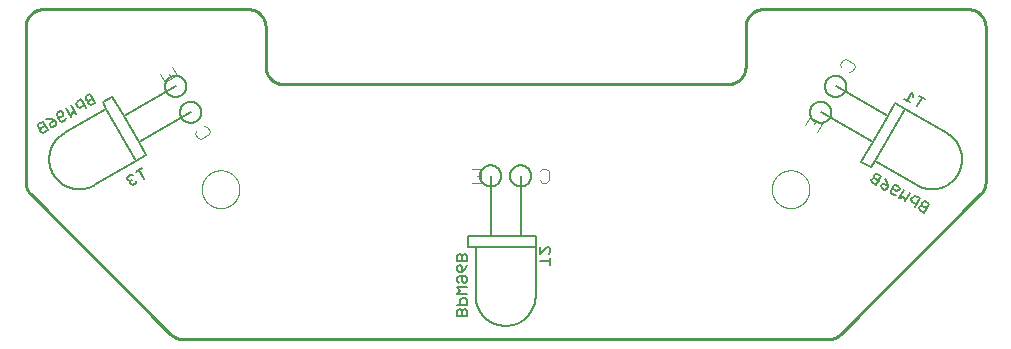
<source format=gbo>
G75*
%MOIN*%
%OFA0B0*%
%FSLAX25Y25*%
%IPPOS*%
%LPD*%
%AMOC8*
5,1,8,0,0,1.08239X$1,22.5*
%
%ADD10C,0.00000*%
%ADD11C,0.01000*%
%ADD12C,0.00500*%
%ADD13C,0.00400*%
%ADD14C,0.00700*%
D10*
X0063801Y0055100D02*
X0063803Y0055258D01*
X0063809Y0055416D01*
X0063819Y0055574D01*
X0063833Y0055732D01*
X0063851Y0055889D01*
X0063872Y0056046D01*
X0063898Y0056202D01*
X0063928Y0056358D01*
X0063961Y0056513D01*
X0063999Y0056666D01*
X0064040Y0056819D01*
X0064085Y0056971D01*
X0064134Y0057122D01*
X0064187Y0057271D01*
X0064243Y0057419D01*
X0064303Y0057565D01*
X0064367Y0057710D01*
X0064435Y0057853D01*
X0064506Y0057995D01*
X0064580Y0058135D01*
X0064658Y0058272D01*
X0064740Y0058408D01*
X0064824Y0058542D01*
X0064913Y0058673D01*
X0065004Y0058802D01*
X0065099Y0058929D01*
X0065196Y0059054D01*
X0065297Y0059176D01*
X0065401Y0059295D01*
X0065508Y0059412D01*
X0065618Y0059526D01*
X0065731Y0059637D01*
X0065846Y0059746D01*
X0065964Y0059851D01*
X0066085Y0059953D01*
X0066208Y0060053D01*
X0066334Y0060149D01*
X0066462Y0060242D01*
X0066592Y0060332D01*
X0066725Y0060418D01*
X0066860Y0060502D01*
X0066996Y0060581D01*
X0067135Y0060658D01*
X0067276Y0060730D01*
X0067418Y0060800D01*
X0067562Y0060865D01*
X0067708Y0060927D01*
X0067855Y0060985D01*
X0068004Y0061040D01*
X0068154Y0061091D01*
X0068305Y0061138D01*
X0068457Y0061181D01*
X0068610Y0061220D01*
X0068765Y0061256D01*
X0068920Y0061287D01*
X0069076Y0061315D01*
X0069232Y0061339D01*
X0069389Y0061359D01*
X0069547Y0061375D01*
X0069704Y0061387D01*
X0069863Y0061395D01*
X0070021Y0061399D01*
X0070179Y0061399D01*
X0070337Y0061395D01*
X0070496Y0061387D01*
X0070653Y0061375D01*
X0070811Y0061359D01*
X0070968Y0061339D01*
X0071124Y0061315D01*
X0071280Y0061287D01*
X0071435Y0061256D01*
X0071590Y0061220D01*
X0071743Y0061181D01*
X0071895Y0061138D01*
X0072046Y0061091D01*
X0072196Y0061040D01*
X0072345Y0060985D01*
X0072492Y0060927D01*
X0072638Y0060865D01*
X0072782Y0060800D01*
X0072924Y0060730D01*
X0073065Y0060658D01*
X0073204Y0060581D01*
X0073340Y0060502D01*
X0073475Y0060418D01*
X0073608Y0060332D01*
X0073738Y0060242D01*
X0073866Y0060149D01*
X0073992Y0060053D01*
X0074115Y0059953D01*
X0074236Y0059851D01*
X0074354Y0059746D01*
X0074469Y0059637D01*
X0074582Y0059526D01*
X0074692Y0059412D01*
X0074799Y0059295D01*
X0074903Y0059176D01*
X0075004Y0059054D01*
X0075101Y0058929D01*
X0075196Y0058802D01*
X0075287Y0058673D01*
X0075376Y0058542D01*
X0075460Y0058408D01*
X0075542Y0058272D01*
X0075620Y0058135D01*
X0075694Y0057995D01*
X0075765Y0057853D01*
X0075833Y0057710D01*
X0075897Y0057565D01*
X0075957Y0057419D01*
X0076013Y0057271D01*
X0076066Y0057122D01*
X0076115Y0056971D01*
X0076160Y0056819D01*
X0076201Y0056666D01*
X0076239Y0056513D01*
X0076272Y0056358D01*
X0076302Y0056202D01*
X0076328Y0056046D01*
X0076349Y0055889D01*
X0076367Y0055732D01*
X0076381Y0055574D01*
X0076391Y0055416D01*
X0076397Y0055258D01*
X0076399Y0055100D01*
X0076397Y0054942D01*
X0076391Y0054784D01*
X0076381Y0054626D01*
X0076367Y0054468D01*
X0076349Y0054311D01*
X0076328Y0054154D01*
X0076302Y0053998D01*
X0076272Y0053842D01*
X0076239Y0053687D01*
X0076201Y0053534D01*
X0076160Y0053381D01*
X0076115Y0053229D01*
X0076066Y0053078D01*
X0076013Y0052929D01*
X0075957Y0052781D01*
X0075897Y0052635D01*
X0075833Y0052490D01*
X0075765Y0052347D01*
X0075694Y0052205D01*
X0075620Y0052065D01*
X0075542Y0051928D01*
X0075460Y0051792D01*
X0075376Y0051658D01*
X0075287Y0051527D01*
X0075196Y0051398D01*
X0075101Y0051271D01*
X0075004Y0051146D01*
X0074903Y0051024D01*
X0074799Y0050905D01*
X0074692Y0050788D01*
X0074582Y0050674D01*
X0074469Y0050563D01*
X0074354Y0050454D01*
X0074236Y0050349D01*
X0074115Y0050247D01*
X0073992Y0050147D01*
X0073866Y0050051D01*
X0073738Y0049958D01*
X0073608Y0049868D01*
X0073475Y0049782D01*
X0073340Y0049698D01*
X0073204Y0049619D01*
X0073065Y0049542D01*
X0072924Y0049470D01*
X0072782Y0049400D01*
X0072638Y0049335D01*
X0072492Y0049273D01*
X0072345Y0049215D01*
X0072196Y0049160D01*
X0072046Y0049109D01*
X0071895Y0049062D01*
X0071743Y0049019D01*
X0071590Y0048980D01*
X0071435Y0048944D01*
X0071280Y0048913D01*
X0071124Y0048885D01*
X0070968Y0048861D01*
X0070811Y0048841D01*
X0070653Y0048825D01*
X0070496Y0048813D01*
X0070337Y0048805D01*
X0070179Y0048801D01*
X0070021Y0048801D01*
X0069863Y0048805D01*
X0069704Y0048813D01*
X0069547Y0048825D01*
X0069389Y0048841D01*
X0069232Y0048861D01*
X0069076Y0048885D01*
X0068920Y0048913D01*
X0068765Y0048944D01*
X0068610Y0048980D01*
X0068457Y0049019D01*
X0068305Y0049062D01*
X0068154Y0049109D01*
X0068004Y0049160D01*
X0067855Y0049215D01*
X0067708Y0049273D01*
X0067562Y0049335D01*
X0067418Y0049400D01*
X0067276Y0049470D01*
X0067135Y0049542D01*
X0066996Y0049619D01*
X0066860Y0049698D01*
X0066725Y0049782D01*
X0066592Y0049868D01*
X0066462Y0049958D01*
X0066334Y0050051D01*
X0066208Y0050147D01*
X0066085Y0050247D01*
X0065964Y0050349D01*
X0065846Y0050454D01*
X0065731Y0050563D01*
X0065618Y0050674D01*
X0065508Y0050788D01*
X0065401Y0050905D01*
X0065297Y0051024D01*
X0065196Y0051146D01*
X0065099Y0051271D01*
X0065004Y0051398D01*
X0064913Y0051527D01*
X0064824Y0051658D01*
X0064740Y0051792D01*
X0064658Y0051928D01*
X0064580Y0052065D01*
X0064506Y0052205D01*
X0064435Y0052347D01*
X0064367Y0052490D01*
X0064303Y0052635D01*
X0064243Y0052781D01*
X0064187Y0052929D01*
X0064134Y0053078D01*
X0064085Y0053229D01*
X0064040Y0053381D01*
X0063999Y0053534D01*
X0063961Y0053687D01*
X0063928Y0053842D01*
X0063898Y0053998D01*
X0063872Y0054154D01*
X0063851Y0054311D01*
X0063833Y0054468D01*
X0063819Y0054626D01*
X0063809Y0054784D01*
X0063803Y0054942D01*
X0063801Y0055100D01*
X0253801Y0055100D02*
X0253803Y0055258D01*
X0253809Y0055416D01*
X0253819Y0055574D01*
X0253833Y0055732D01*
X0253851Y0055889D01*
X0253872Y0056046D01*
X0253898Y0056202D01*
X0253928Y0056358D01*
X0253961Y0056513D01*
X0253999Y0056666D01*
X0254040Y0056819D01*
X0254085Y0056971D01*
X0254134Y0057122D01*
X0254187Y0057271D01*
X0254243Y0057419D01*
X0254303Y0057565D01*
X0254367Y0057710D01*
X0254435Y0057853D01*
X0254506Y0057995D01*
X0254580Y0058135D01*
X0254658Y0058272D01*
X0254740Y0058408D01*
X0254824Y0058542D01*
X0254913Y0058673D01*
X0255004Y0058802D01*
X0255099Y0058929D01*
X0255196Y0059054D01*
X0255297Y0059176D01*
X0255401Y0059295D01*
X0255508Y0059412D01*
X0255618Y0059526D01*
X0255731Y0059637D01*
X0255846Y0059746D01*
X0255964Y0059851D01*
X0256085Y0059953D01*
X0256208Y0060053D01*
X0256334Y0060149D01*
X0256462Y0060242D01*
X0256592Y0060332D01*
X0256725Y0060418D01*
X0256860Y0060502D01*
X0256996Y0060581D01*
X0257135Y0060658D01*
X0257276Y0060730D01*
X0257418Y0060800D01*
X0257562Y0060865D01*
X0257708Y0060927D01*
X0257855Y0060985D01*
X0258004Y0061040D01*
X0258154Y0061091D01*
X0258305Y0061138D01*
X0258457Y0061181D01*
X0258610Y0061220D01*
X0258765Y0061256D01*
X0258920Y0061287D01*
X0259076Y0061315D01*
X0259232Y0061339D01*
X0259389Y0061359D01*
X0259547Y0061375D01*
X0259704Y0061387D01*
X0259863Y0061395D01*
X0260021Y0061399D01*
X0260179Y0061399D01*
X0260337Y0061395D01*
X0260496Y0061387D01*
X0260653Y0061375D01*
X0260811Y0061359D01*
X0260968Y0061339D01*
X0261124Y0061315D01*
X0261280Y0061287D01*
X0261435Y0061256D01*
X0261590Y0061220D01*
X0261743Y0061181D01*
X0261895Y0061138D01*
X0262046Y0061091D01*
X0262196Y0061040D01*
X0262345Y0060985D01*
X0262492Y0060927D01*
X0262638Y0060865D01*
X0262782Y0060800D01*
X0262924Y0060730D01*
X0263065Y0060658D01*
X0263204Y0060581D01*
X0263340Y0060502D01*
X0263475Y0060418D01*
X0263608Y0060332D01*
X0263738Y0060242D01*
X0263866Y0060149D01*
X0263992Y0060053D01*
X0264115Y0059953D01*
X0264236Y0059851D01*
X0264354Y0059746D01*
X0264469Y0059637D01*
X0264582Y0059526D01*
X0264692Y0059412D01*
X0264799Y0059295D01*
X0264903Y0059176D01*
X0265004Y0059054D01*
X0265101Y0058929D01*
X0265196Y0058802D01*
X0265287Y0058673D01*
X0265376Y0058542D01*
X0265460Y0058408D01*
X0265542Y0058272D01*
X0265620Y0058135D01*
X0265694Y0057995D01*
X0265765Y0057853D01*
X0265833Y0057710D01*
X0265897Y0057565D01*
X0265957Y0057419D01*
X0266013Y0057271D01*
X0266066Y0057122D01*
X0266115Y0056971D01*
X0266160Y0056819D01*
X0266201Y0056666D01*
X0266239Y0056513D01*
X0266272Y0056358D01*
X0266302Y0056202D01*
X0266328Y0056046D01*
X0266349Y0055889D01*
X0266367Y0055732D01*
X0266381Y0055574D01*
X0266391Y0055416D01*
X0266397Y0055258D01*
X0266399Y0055100D01*
X0266397Y0054942D01*
X0266391Y0054784D01*
X0266381Y0054626D01*
X0266367Y0054468D01*
X0266349Y0054311D01*
X0266328Y0054154D01*
X0266302Y0053998D01*
X0266272Y0053842D01*
X0266239Y0053687D01*
X0266201Y0053534D01*
X0266160Y0053381D01*
X0266115Y0053229D01*
X0266066Y0053078D01*
X0266013Y0052929D01*
X0265957Y0052781D01*
X0265897Y0052635D01*
X0265833Y0052490D01*
X0265765Y0052347D01*
X0265694Y0052205D01*
X0265620Y0052065D01*
X0265542Y0051928D01*
X0265460Y0051792D01*
X0265376Y0051658D01*
X0265287Y0051527D01*
X0265196Y0051398D01*
X0265101Y0051271D01*
X0265004Y0051146D01*
X0264903Y0051024D01*
X0264799Y0050905D01*
X0264692Y0050788D01*
X0264582Y0050674D01*
X0264469Y0050563D01*
X0264354Y0050454D01*
X0264236Y0050349D01*
X0264115Y0050247D01*
X0263992Y0050147D01*
X0263866Y0050051D01*
X0263738Y0049958D01*
X0263608Y0049868D01*
X0263475Y0049782D01*
X0263340Y0049698D01*
X0263204Y0049619D01*
X0263065Y0049542D01*
X0262924Y0049470D01*
X0262782Y0049400D01*
X0262638Y0049335D01*
X0262492Y0049273D01*
X0262345Y0049215D01*
X0262196Y0049160D01*
X0262046Y0049109D01*
X0261895Y0049062D01*
X0261743Y0049019D01*
X0261590Y0048980D01*
X0261435Y0048944D01*
X0261280Y0048913D01*
X0261124Y0048885D01*
X0260968Y0048861D01*
X0260811Y0048841D01*
X0260653Y0048825D01*
X0260496Y0048813D01*
X0260337Y0048805D01*
X0260179Y0048801D01*
X0260021Y0048801D01*
X0259863Y0048805D01*
X0259704Y0048813D01*
X0259547Y0048825D01*
X0259389Y0048841D01*
X0259232Y0048861D01*
X0259076Y0048885D01*
X0258920Y0048913D01*
X0258765Y0048944D01*
X0258610Y0048980D01*
X0258457Y0049019D01*
X0258305Y0049062D01*
X0258154Y0049109D01*
X0258004Y0049160D01*
X0257855Y0049215D01*
X0257708Y0049273D01*
X0257562Y0049335D01*
X0257418Y0049400D01*
X0257276Y0049470D01*
X0257135Y0049542D01*
X0256996Y0049619D01*
X0256860Y0049698D01*
X0256725Y0049782D01*
X0256592Y0049868D01*
X0256462Y0049958D01*
X0256334Y0050051D01*
X0256208Y0050147D01*
X0256085Y0050247D01*
X0255964Y0050349D01*
X0255846Y0050454D01*
X0255731Y0050563D01*
X0255618Y0050674D01*
X0255508Y0050788D01*
X0255401Y0050905D01*
X0255297Y0051024D01*
X0255196Y0051146D01*
X0255099Y0051271D01*
X0255004Y0051398D01*
X0254913Y0051527D01*
X0254824Y0051658D01*
X0254740Y0051792D01*
X0254658Y0051928D01*
X0254580Y0052065D01*
X0254506Y0052205D01*
X0254435Y0052347D01*
X0254367Y0052490D01*
X0254303Y0052635D01*
X0254243Y0052781D01*
X0254187Y0052929D01*
X0254134Y0053078D01*
X0254085Y0053229D01*
X0254040Y0053381D01*
X0253999Y0053534D01*
X0253961Y0053687D01*
X0253928Y0053842D01*
X0253898Y0053998D01*
X0253872Y0054154D01*
X0253851Y0054311D01*
X0253833Y0054468D01*
X0253819Y0054626D01*
X0253809Y0054784D01*
X0253803Y0054942D01*
X0253801Y0055100D01*
D11*
X0053370Y0006830D02*
X0006830Y0053370D01*
X0005100Y0057546D02*
X0005100Y0109194D01*
X0005102Y0109346D01*
X0005108Y0109498D01*
X0005118Y0109650D01*
X0005131Y0109801D01*
X0005149Y0109952D01*
X0005170Y0110103D01*
X0005196Y0110253D01*
X0005225Y0110402D01*
X0005258Y0110551D01*
X0005295Y0110698D01*
X0005335Y0110845D01*
X0005380Y0110990D01*
X0005428Y0111134D01*
X0005480Y0111277D01*
X0005535Y0111419D01*
X0005594Y0111559D01*
X0005657Y0111698D01*
X0005723Y0111835D01*
X0005793Y0111970D01*
X0005866Y0112103D01*
X0005943Y0112234D01*
X0006023Y0112364D01*
X0006106Y0112491D01*
X0006192Y0112616D01*
X0006282Y0112739D01*
X0006375Y0112859D01*
X0006471Y0112977D01*
X0006570Y0113093D01*
X0006672Y0113206D01*
X0006776Y0113316D01*
X0006884Y0113424D01*
X0006994Y0113528D01*
X0007107Y0113630D01*
X0007223Y0113729D01*
X0007341Y0113825D01*
X0007461Y0113918D01*
X0007584Y0114008D01*
X0007709Y0114094D01*
X0007836Y0114177D01*
X0007966Y0114257D01*
X0008097Y0114334D01*
X0008230Y0114407D01*
X0008365Y0114477D01*
X0008502Y0114543D01*
X0008641Y0114606D01*
X0008781Y0114665D01*
X0008923Y0114720D01*
X0009066Y0114772D01*
X0009210Y0114820D01*
X0009355Y0114865D01*
X0009502Y0114905D01*
X0009649Y0114942D01*
X0009798Y0114975D01*
X0009947Y0115004D01*
X0010097Y0115030D01*
X0010248Y0115051D01*
X0010399Y0115069D01*
X0010550Y0115082D01*
X0010702Y0115092D01*
X0010854Y0115098D01*
X0011006Y0115100D01*
X0079194Y0115100D01*
X0079346Y0115098D01*
X0079498Y0115092D01*
X0079650Y0115082D01*
X0079801Y0115069D01*
X0079952Y0115051D01*
X0080103Y0115030D01*
X0080253Y0115004D01*
X0080402Y0114975D01*
X0080551Y0114942D01*
X0080698Y0114905D01*
X0080845Y0114865D01*
X0080990Y0114820D01*
X0081134Y0114772D01*
X0081277Y0114720D01*
X0081419Y0114665D01*
X0081559Y0114606D01*
X0081698Y0114543D01*
X0081835Y0114477D01*
X0081970Y0114407D01*
X0082103Y0114334D01*
X0082234Y0114257D01*
X0082364Y0114177D01*
X0082491Y0114094D01*
X0082616Y0114008D01*
X0082739Y0113918D01*
X0082859Y0113825D01*
X0082977Y0113729D01*
X0083093Y0113630D01*
X0083206Y0113528D01*
X0083316Y0113424D01*
X0083424Y0113316D01*
X0083528Y0113206D01*
X0083630Y0113093D01*
X0083729Y0112977D01*
X0083825Y0112859D01*
X0083918Y0112739D01*
X0084008Y0112616D01*
X0084094Y0112491D01*
X0084177Y0112364D01*
X0084257Y0112234D01*
X0084334Y0112103D01*
X0084407Y0111970D01*
X0084477Y0111835D01*
X0084543Y0111698D01*
X0084606Y0111559D01*
X0084665Y0111419D01*
X0084720Y0111277D01*
X0084772Y0111134D01*
X0084820Y0110990D01*
X0084865Y0110845D01*
X0084905Y0110698D01*
X0084942Y0110551D01*
X0084975Y0110402D01*
X0085004Y0110253D01*
X0085030Y0110103D01*
X0085051Y0109952D01*
X0085069Y0109801D01*
X0085082Y0109650D01*
X0085092Y0109498D01*
X0085098Y0109346D01*
X0085100Y0109194D01*
X0085100Y0096006D01*
X0085102Y0095854D01*
X0085108Y0095702D01*
X0085118Y0095550D01*
X0085131Y0095399D01*
X0085149Y0095248D01*
X0085170Y0095097D01*
X0085196Y0094947D01*
X0085225Y0094798D01*
X0085258Y0094649D01*
X0085295Y0094502D01*
X0085335Y0094355D01*
X0085380Y0094210D01*
X0085428Y0094066D01*
X0085480Y0093923D01*
X0085535Y0093781D01*
X0085594Y0093641D01*
X0085657Y0093502D01*
X0085723Y0093365D01*
X0085793Y0093230D01*
X0085866Y0093097D01*
X0085943Y0092966D01*
X0086023Y0092836D01*
X0086106Y0092709D01*
X0086192Y0092584D01*
X0086282Y0092461D01*
X0086375Y0092341D01*
X0086471Y0092223D01*
X0086570Y0092107D01*
X0086672Y0091994D01*
X0086776Y0091884D01*
X0086884Y0091776D01*
X0086994Y0091672D01*
X0087107Y0091570D01*
X0087223Y0091471D01*
X0087341Y0091375D01*
X0087461Y0091282D01*
X0087584Y0091192D01*
X0087709Y0091106D01*
X0087836Y0091023D01*
X0087966Y0090943D01*
X0088097Y0090866D01*
X0088230Y0090793D01*
X0088365Y0090723D01*
X0088502Y0090657D01*
X0088641Y0090594D01*
X0088781Y0090535D01*
X0088923Y0090480D01*
X0089066Y0090428D01*
X0089210Y0090380D01*
X0089355Y0090335D01*
X0089502Y0090295D01*
X0089649Y0090258D01*
X0089798Y0090225D01*
X0089947Y0090196D01*
X0090097Y0090170D01*
X0090248Y0090149D01*
X0090399Y0090131D01*
X0090550Y0090118D01*
X0090702Y0090108D01*
X0090854Y0090102D01*
X0091006Y0090100D01*
X0239194Y0090100D01*
X0239346Y0090102D01*
X0239498Y0090108D01*
X0239650Y0090118D01*
X0239801Y0090131D01*
X0239952Y0090149D01*
X0240103Y0090170D01*
X0240253Y0090196D01*
X0240402Y0090225D01*
X0240551Y0090258D01*
X0240698Y0090295D01*
X0240845Y0090335D01*
X0240990Y0090380D01*
X0241134Y0090428D01*
X0241277Y0090480D01*
X0241419Y0090535D01*
X0241559Y0090594D01*
X0241698Y0090657D01*
X0241835Y0090723D01*
X0241970Y0090793D01*
X0242103Y0090866D01*
X0242234Y0090943D01*
X0242364Y0091023D01*
X0242491Y0091106D01*
X0242616Y0091192D01*
X0242739Y0091282D01*
X0242859Y0091375D01*
X0242977Y0091471D01*
X0243093Y0091570D01*
X0243206Y0091672D01*
X0243316Y0091776D01*
X0243424Y0091884D01*
X0243528Y0091994D01*
X0243630Y0092107D01*
X0243729Y0092223D01*
X0243825Y0092341D01*
X0243918Y0092461D01*
X0244008Y0092584D01*
X0244094Y0092709D01*
X0244177Y0092836D01*
X0244257Y0092966D01*
X0244334Y0093097D01*
X0244407Y0093230D01*
X0244477Y0093365D01*
X0244543Y0093502D01*
X0244606Y0093641D01*
X0244665Y0093781D01*
X0244720Y0093923D01*
X0244772Y0094066D01*
X0244820Y0094210D01*
X0244865Y0094355D01*
X0244905Y0094502D01*
X0244942Y0094649D01*
X0244975Y0094798D01*
X0245004Y0094947D01*
X0245030Y0095097D01*
X0245051Y0095248D01*
X0245069Y0095399D01*
X0245082Y0095550D01*
X0245092Y0095702D01*
X0245098Y0095854D01*
X0245100Y0096006D01*
X0245100Y0109194D01*
X0245102Y0109346D01*
X0245108Y0109498D01*
X0245118Y0109650D01*
X0245131Y0109801D01*
X0245149Y0109952D01*
X0245170Y0110103D01*
X0245196Y0110253D01*
X0245225Y0110402D01*
X0245258Y0110551D01*
X0245295Y0110698D01*
X0245335Y0110845D01*
X0245380Y0110990D01*
X0245428Y0111134D01*
X0245480Y0111277D01*
X0245535Y0111419D01*
X0245594Y0111559D01*
X0245657Y0111698D01*
X0245723Y0111835D01*
X0245793Y0111970D01*
X0245866Y0112103D01*
X0245943Y0112234D01*
X0246023Y0112364D01*
X0246106Y0112491D01*
X0246192Y0112616D01*
X0246282Y0112739D01*
X0246375Y0112859D01*
X0246471Y0112977D01*
X0246570Y0113093D01*
X0246672Y0113206D01*
X0246776Y0113316D01*
X0246884Y0113424D01*
X0246994Y0113528D01*
X0247107Y0113630D01*
X0247223Y0113729D01*
X0247341Y0113825D01*
X0247461Y0113918D01*
X0247584Y0114008D01*
X0247709Y0114094D01*
X0247836Y0114177D01*
X0247966Y0114257D01*
X0248097Y0114334D01*
X0248230Y0114407D01*
X0248365Y0114477D01*
X0248502Y0114543D01*
X0248641Y0114606D01*
X0248781Y0114665D01*
X0248923Y0114720D01*
X0249066Y0114772D01*
X0249210Y0114820D01*
X0249355Y0114865D01*
X0249502Y0114905D01*
X0249649Y0114942D01*
X0249798Y0114975D01*
X0249947Y0115004D01*
X0250097Y0115030D01*
X0250248Y0115051D01*
X0250399Y0115069D01*
X0250550Y0115082D01*
X0250702Y0115092D01*
X0250854Y0115098D01*
X0251006Y0115100D01*
X0319194Y0115100D01*
X0319346Y0115098D01*
X0319498Y0115092D01*
X0319650Y0115082D01*
X0319801Y0115069D01*
X0319952Y0115051D01*
X0320103Y0115030D01*
X0320253Y0115004D01*
X0320402Y0114975D01*
X0320551Y0114942D01*
X0320698Y0114905D01*
X0320845Y0114865D01*
X0320990Y0114820D01*
X0321134Y0114772D01*
X0321277Y0114720D01*
X0321419Y0114665D01*
X0321559Y0114606D01*
X0321698Y0114543D01*
X0321835Y0114477D01*
X0321970Y0114407D01*
X0322103Y0114334D01*
X0322234Y0114257D01*
X0322364Y0114177D01*
X0322491Y0114094D01*
X0322616Y0114008D01*
X0322739Y0113918D01*
X0322859Y0113825D01*
X0322977Y0113729D01*
X0323093Y0113630D01*
X0323206Y0113528D01*
X0323316Y0113424D01*
X0323424Y0113316D01*
X0323528Y0113206D01*
X0323630Y0113093D01*
X0323729Y0112977D01*
X0323825Y0112859D01*
X0323918Y0112739D01*
X0324008Y0112616D01*
X0324094Y0112491D01*
X0324177Y0112364D01*
X0324257Y0112234D01*
X0324334Y0112103D01*
X0324407Y0111970D01*
X0324477Y0111835D01*
X0324543Y0111698D01*
X0324606Y0111559D01*
X0324665Y0111419D01*
X0324720Y0111277D01*
X0324772Y0111134D01*
X0324820Y0110990D01*
X0324865Y0110845D01*
X0324905Y0110698D01*
X0324942Y0110551D01*
X0324975Y0110402D01*
X0325004Y0110253D01*
X0325030Y0110103D01*
X0325051Y0109952D01*
X0325069Y0109801D01*
X0325082Y0109650D01*
X0325092Y0109498D01*
X0325098Y0109346D01*
X0325100Y0109194D01*
X0325100Y0057546D01*
X0325098Y0057396D01*
X0325092Y0057247D01*
X0325083Y0057098D01*
X0325070Y0056949D01*
X0325053Y0056800D01*
X0325032Y0056652D01*
X0325007Y0056504D01*
X0324979Y0056357D01*
X0324947Y0056211D01*
X0324911Y0056066D01*
X0324872Y0055921D01*
X0324829Y0055778D01*
X0324783Y0055636D01*
X0324732Y0055495D01*
X0324679Y0055355D01*
X0324621Y0055217D01*
X0324561Y0055080D01*
X0324496Y0054945D01*
X0324429Y0054812D01*
X0324358Y0054680D01*
X0324284Y0054550D01*
X0324206Y0054422D01*
X0324125Y0054296D01*
X0324041Y0054172D01*
X0323954Y0054050D01*
X0323864Y0053931D01*
X0323771Y0053814D01*
X0323675Y0053699D01*
X0323576Y0053587D01*
X0323475Y0053477D01*
X0323370Y0053370D01*
X0276830Y0006830D01*
X0272654Y0005100D02*
X0057546Y0005100D01*
X0057396Y0005102D01*
X0057247Y0005108D01*
X0057098Y0005117D01*
X0056949Y0005130D01*
X0056800Y0005147D01*
X0056652Y0005168D01*
X0056504Y0005193D01*
X0056357Y0005221D01*
X0056211Y0005253D01*
X0056066Y0005289D01*
X0055921Y0005328D01*
X0055778Y0005371D01*
X0055636Y0005417D01*
X0055495Y0005468D01*
X0055355Y0005521D01*
X0055217Y0005579D01*
X0055080Y0005639D01*
X0054945Y0005704D01*
X0054812Y0005771D01*
X0054680Y0005842D01*
X0054550Y0005916D01*
X0054422Y0005994D01*
X0054296Y0006075D01*
X0054172Y0006159D01*
X0054050Y0006246D01*
X0053931Y0006336D01*
X0053814Y0006429D01*
X0053699Y0006525D01*
X0053587Y0006624D01*
X0053477Y0006725D01*
X0053370Y0006830D01*
X0006829Y0053370D02*
X0006724Y0053477D01*
X0006623Y0053587D01*
X0006524Y0053699D01*
X0006428Y0053814D01*
X0006335Y0053931D01*
X0006245Y0054050D01*
X0006158Y0054172D01*
X0006074Y0054296D01*
X0005993Y0054422D01*
X0005915Y0054550D01*
X0005841Y0054680D01*
X0005770Y0054812D01*
X0005703Y0054945D01*
X0005638Y0055080D01*
X0005578Y0055217D01*
X0005520Y0055355D01*
X0005467Y0055495D01*
X0005416Y0055636D01*
X0005370Y0055778D01*
X0005327Y0055921D01*
X0005288Y0056066D01*
X0005252Y0056211D01*
X0005220Y0056357D01*
X0005192Y0056504D01*
X0005167Y0056652D01*
X0005146Y0056800D01*
X0005129Y0056949D01*
X0005116Y0057098D01*
X0005107Y0057247D01*
X0005101Y0057396D01*
X0005099Y0057546D01*
X0272654Y0005099D02*
X0272804Y0005101D01*
X0272953Y0005107D01*
X0273102Y0005116D01*
X0273251Y0005129D01*
X0273400Y0005146D01*
X0273548Y0005167D01*
X0273696Y0005192D01*
X0273843Y0005220D01*
X0273989Y0005252D01*
X0274134Y0005288D01*
X0274279Y0005327D01*
X0274422Y0005370D01*
X0274564Y0005416D01*
X0274705Y0005467D01*
X0274845Y0005520D01*
X0274983Y0005578D01*
X0275120Y0005638D01*
X0275255Y0005703D01*
X0275388Y0005770D01*
X0275520Y0005841D01*
X0275650Y0005915D01*
X0275778Y0005993D01*
X0275904Y0006074D01*
X0276028Y0006158D01*
X0276150Y0006245D01*
X0276269Y0006335D01*
X0276386Y0006428D01*
X0276501Y0006524D01*
X0276613Y0006623D01*
X0276723Y0006724D01*
X0276830Y0006829D01*
D12*
X0175100Y0019569D02*
X0175100Y0035819D01*
X0155100Y0035819D01*
X0155100Y0019569D01*
X0165100Y0009569D02*
X0165342Y0009572D01*
X0165583Y0009581D01*
X0165824Y0009595D01*
X0166065Y0009616D01*
X0166305Y0009642D01*
X0166545Y0009674D01*
X0166784Y0009712D01*
X0167021Y0009755D01*
X0167258Y0009805D01*
X0167493Y0009860D01*
X0167727Y0009920D01*
X0167959Y0009987D01*
X0168190Y0010058D01*
X0168419Y0010136D01*
X0168646Y0010219D01*
X0168871Y0010307D01*
X0169094Y0010401D01*
X0169314Y0010500D01*
X0169532Y0010605D01*
X0169747Y0010714D01*
X0169960Y0010829D01*
X0170170Y0010949D01*
X0170376Y0011074D01*
X0170580Y0011204D01*
X0170781Y0011339D01*
X0170978Y0011479D01*
X0171172Y0011623D01*
X0171362Y0011772D01*
X0171548Y0011926D01*
X0171731Y0012084D01*
X0171910Y0012246D01*
X0172085Y0012413D01*
X0172256Y0012584D01*
X0172423Y0012759D01*
X0172585Y0012938D01*
X0172743Y0013121D01*
X0172897Y0013307D01*
X0173046Y0013497D01*
X0173190Y0013691D01*
X0173330Y0013888D01*
X0173465Y0014089D01*
X0173595Y0014293D01*
X0173720Y0014499D01*
X0173840Y0014709D01*
X0173955Y0014922D01*
X0174064Y0015137D01*
X0174169Y0015355D01*
X0174268Y0015575D01*
X0174362Y0015798D01*
X0174450Y0016023D01*
X0174533Y0016250D01*
X0174611Y0016479D01*
X0174682Y0016710D01*
X0174749Y0016942D01*
X0174809Y0017176D01*
X0174864Y0017411D01*
X0174914Y0017648D01*
X0174957Y0017885D01*
X0174995Y0018124D01*
X0175027Y0018364D01*
X0175053Y0018604D01*
X0175074Y0018845D01*
X0175088Y0019086D01*
X0175097Y0019327D01*
X0175100Y0019569D01*
X0165100Y0009569D02*
X0164858Y0009572D01*
X0164617Y0009581D01*
X0164376Y0009595D01*
X0164135Y0009616D01*
X0163895Y0009642D01*
X0163655Y0009674D01*
X0163416Y0009712D01*
X0163179Y0009755D01*
X0162942Y0009805D01*
X0162707Y0009860D01*
X0162473Y0009920D01*
X0162241Y0009987D01*
X0162010Y0010058D01*
X0161781Y0010136D01*
X0161554Y0010219D01*
X0161329Y0010307D01*
X0161106Y0010401D01*
X0160886Y0010500D01*
X0160668Y0010605D01*
X0160453Y0010714D01*
X0160240Y0010829D01*
X0160030Y0010949D01*
X0159824Y0011074D01*
X0159620Y0011204D01*
X0159419Y0011339D01*
X0159222Y0011479D01*
X0159028Y0011623D01*
X0158838Y0011772D01*
X0158652Y0011926D01*
X0158469Y0012084D01*
X0158290Y0012246D01*
X0158115Y0012413D01*
X0157944Y0012584D01*
X0157777Y0012759D01*
X0157615Y0012938D01*
X0157457Y0013121D01*
X0157303Y0013307D01*
X0157154Y0013497D01*
X0157010Y0013691D01*
X0156870Y0013888D01*
X0156735Y0014089D01*
X0156605Y0014293D01*
X0156480Y0014499D01*
X0156360Y0014709D01*
X0156245Y0014922D01*
X0156136Y0015137D01*
X0156031Y0015355D01*
X0155932Y0015575D01*
X0155838Y0015798D01*
X0155750Y0016023D01*
X0155667Y0016250D01*
X0155589Y0016479D01*
X0155518Y0016710D01*
X0155451Y0016942D01*
X0155391Y0017176D01*
X0155336Y0017411D01*
X0155286Y0017648D01*
X0155243Y0017885D01*
X0155205Y0018124D01*
X0155173Y0018364D01*
X0155147Y0018604D01*
X0155126Y0018845D01*
X0155112Y0019086D01*
X0155103Y0019327D01*
X0155100Y0019569D01*
X0155100Y0035819D02*
X0152600Y0035819D01*
X0152600Y0039569D01*
X0155100Y0039569D01*
X0160100Y0039569D01*
X0170100Y0039569D01*
X0170100Y0059569D01*
X0166564Y0059569D02*
X0166566Y0059688D01*
X0166572Y0059806D01*
X0166582Y0059925D01*
X0166596Y0060043D01*
X0166614Y0060160D01*
X0166636Y0060277D01*
X0166661Y0060393D01*
X0166691Y0060508D01*
X0166724Y0060622D01*
X0166762Y0060735D01*
X0166803Y0060846D01*
X0166848Y0060956D01*
X0166896Y0061065D01*
X0166948Y0061172D01*
X0167004Y0061277D01*
X0167063Y0061380D01*
X0167125Y0061481D01*
X0167191Y0061580D01*
X0167260Y0061676D01*
X0167333Y0061770D01*
X0167408Y0061862D01*
X0167487Y0061951D01*
X0167568Y0062038D01*
X0167653Y0062121D01*
X0167740Y0062202D01*
X0167830Y0062280D01*
X0167922Y0062355D01*
X0168017Y0062426D01*
X0168114Y0062495D01*
X0168213Y0062560D01*
X0168315Y0062621D01*
X0168418Y0062680D01*
X0168524Y0062734D01*
X0168631Y0062785D01*
X0168740Y0062833D01*
X0168850Y0062877D01*
X0168962Y0062917D01*
X0169075Y0062953D01*
X0169190Y0062986D01*
X0169305Y0063014D01*
X0169421Y0063039D01*
X0169538Y0063060D01*
X0169656Y0063077D01*
X0169774Y0063090D01*
X0169892Y0063099D01*
X0170011Y0063104D01*
X0170130Y0063105D01*
X0170248Y0063102D01*
X0170367Y0063095D01*
X0170485Y0063084D01*
X0170603Y0063069D01*
X0170721Y0063050D01*
X0170837Y0063027D01*
X0170953Y0063001D01*
X0171068Y0062970D01*
X0171181Y0062936D01*
X0171294Y0062897D01*
X0171405Y0062855D01*
X0171515Y0062810D01*
X0171623Y0062760D01*
X0171729Y0062707D01*
X0171834Y0062651D01*
X0171936Y0062591D01*
X0172037Y0062528D01*
X0172135Y0062461D01*
X0172231Y0062391D01*
X0172325Y0062318D01*
X0172416Y0062241D01*
X0172504Y0062162D01*
X0172590Y0062080D01*
X0172673Y0061995D01*
X0172753Y0061907D01*
X0172830Y0061817D01*
X0172904Y0061724D01*
X0172975Y0061628D01*
X0173042Y0061530D01*
X0173106Y0061430D01*
X0173167Y0061328D01*
X0173225Y0061224D01*
X0173278Y0061118D01*
X0173329Y0061011D01*
X0173375Y0060902D01*
X0173418Y0060791D01*
X0173457Y0060679D01*
X0173493Y0060565D01*
X0173524Y0060451D01*
X0173552Y0060335D01*
X0173576Y0060219D01*
X0173596Y0060102D01*
X0173612Y0059984D01*
X0173624Y0059866D01*
X0173632Y0059747D01*
X0173636Y0059628D01*
X0173636Y0059510D01*
X0173632Y0059391D01*
X0173624Y0059272D01*
X0173612Y0059154D01*
X0173596Y0059036D01*
X0173576Y0058919D01*
X0173552Y0058803D01*
X0173524Y0058687D01*
X0173493Y0058573D01*
X0173457Y0058459D01*
X0173418Y0058347D01*
X0173375Y0058236D01*
X0173329Y0058127D01*
X0173278Y0058020D01*
X0173225Y0057914D01*
X0173167Y0057810D01*
X0173106Y0057708D01*
X0173042Y0057608D01*
X0172975Y0057510D01*
X0172904Y0057414D01*
X0172830Y0057321D01*
X0172753Y0057231D01*
X0172673Y0057143D01*
X0172590Y0057058D01*
X0172504Y0056976D01*
X0172416Y0056897D01*
X0172325Y0056820D01*
X0172231Y0056747D01*
X0172135Y0056677D01*
X0172037Y0056610D01*
X0171936Y0056547D01*
X0171834Y0056487D01*
X0171729Y0056431D01*
X0171623Y0056378D01*
X0171515Y0056328D01*
X0171405Y0056283D01*
X0171294Y0056241D01*
X0171181Y0056202D01*
X0171068Y0056168D01*
X0170953Y0056137D01*
X0170837Y0056111D01*
X0170721Y0056088D01*
X0170603Y0056069D01*
X0170485Y0056054D01*
X0170367Y0056043D01*
X0170248Y0056036D01*
X0170130Y0056033D01*
X0170011Y0056034D01*
X0169892Y0056039D01*
X0169774Y0056048D01*
X0169656Y0056061D01*
X0169538Y0056078D01*
X0169421Y0056099D01*
X0169305Y0056124D01*
X0169190Y0056152D01*
X0169075Y0056185D01*
X0168962Y0056221D01*
X0168850Y0056261D01*
X0168740Y0056305D01*
X0168631Y0056353D01*
X0168524Y0056404D01*
X0168418Y0056458D01*
X0168315Y0056517D01*
X0168213Y0056578D01*
X0168114Y0056643D01*
X0168017Y0056712D01*
X0167922Y0056783D01*
X0167830Y0056858D01*
X0167740Y0056936D01*
X0167653Y0057017D01*
X0167568Y0057100D01*
X0167487Y0057187D01*
X0167408Y0057276D01*
X0167333Y0057368D01*
X0167260Y0057462D01*
X0167191Y0057558D01*
X0167125Y0057657D01*
X0167063Y0057758D01*
X0167004Y0057861D01*
X0166948Y0057966D01*
X0166896Y0058073D01*
X0166848Y0058182D01*
X0166803Y0058292D01*
X0166762Y0058403D01*
X0166724Y0058516D01*
X0166691Y0058630D01*
X0166661Y0058745D01*
X0166636Y0058861D01*
X0166614Y0058978D01*
X0166596Y0059095D01*
X0166582Y0059213D01*
X0166572Y0059332D01*
X0166566Y0059450D01*
X0166564Y0059569D01*
X0156564Y0059569D02*
X0156566Y0059688D01*
X0156572Y0059806D01*
X0156582Y0059925D01*
X0156596Y0060043D01*
X0156614Y0060160D01*
X0156636Y0060277D01*
X0156661Y0060393D01*
X0156691Y0060508D01*
X0156724Y0060622D01*
X0156762Y0060735D01*
X0156803Y0060846D01*
X0156848Y0060956D01*
X0156896Y0061065D01*
X0156948Y0061172D01*
X0157004Y0061277D01*
X0157063Y0061380D01*
X0157125Y0061481D01*
X0157191Y0061580D01*
X0157260Y0061676D01*
X0157333Y0061770D01*
X0157408Y0061862D01*
X0157487Y0061951D01*
X0157568Y0062038D01*
X0157653Y0062121D01*
X0157740Y0062202D01*
X0157830Y0062280D01*
X0157922Y0062355D01*
X0158017Y0062426D01*
X0158114Y0062495D01*
X0158213Y0062560D01*
X0158315Y0062621D01*
X0158418Y0062680D01*
X0158524Y0062734D01*
X0158631Y0062785D01*
X0158740Y0062833D01*
X0158850Y0062877D01*
X0158962Y0062917D01*
X0159075Y0062953D01*
X0159190Y0062986D01*
X0159305Y0063014D01*
X0159421Y0063039D01*
X0159538Y0063060D01*
X0159656Y0063077D01*
X0159774Y0063090D01*
X0159892Y0063099D01*
X0160011Y0063104D01*
X0160130Y0063105D01*
X0160248Y0063102D01*
X0160367Y0063095D01*
X0160485Y0063084D01*
X0160603Y0063069D01*
X0160721Y0063050D01*
X0160837Y0063027D01*
X0160953Y0063001D01*
X0161068Y0062970D01*
X0161181Y0062936D01*
X0161294Y0062897D01*
X0161405Y0062855D01*
X0161515Y0062810D01*
X0161623Y0062760D01*
X0161729Y0062707D01*
X0161834Y0062651D01*
X0161936Y0062591D01*
X0162037Y0062528D01*
X0162135Y0062461D01*
X0162231Y0062391D01*
X0162325Y0062318D01*
X0162416Y0062241D01*
X0162504Y0062162D01*
X0162590Y0062080D01*
X0162673Y0061995D01*
X0162753Y0061907D01*
X0162830Y0061817D01*
X0162904Y0061724D01*
X0162975Y0061628D01*
X0163042Y0061530D01*
X0163106Y0061430D01*
X0163167Y0061328D01*
X0163225Y0061224D01*
X0163278Y0061118D01*
X0163329Y0061011D01*
X0163375Y0060902D01*
X0163418Y0060791D01*
X0163457Y0060679D01*
X0163493Y0060565D01*
X0163524Y0060451D01*
X0163552Y0060335D01*
X0163576Y0060219D01*
X0163596Y0060102D01*
X0163612Y0059984D01*
X0163624Y0059866D01*
X0163632Y0059747D01*
X0163636Y0059628D01*
X0163636Y0059510D01*
X0163632Y0059391D01*
X0163624Y0059272D01*
X0163612Y0059154D01*
X0163596Y0059036D01*
X0163576Y0058919D01*
X0163552Y0058803D01*
X0163524Y0058687D01*
X0163493Y0058573D01*
X0163457Y0058459D01*
X0163418Y0058347D01*
X0163375Y0058236D01*
X0163329Y0058127D01*
X0163278Y0058020D01*
X0163225Y0057914D01*
X0163167Y0057810D01*
X0163106Y0057708D01*
X0163042Y0057608D01*
X0162975Y0057510D01*
X0162904Y0057414D01*
X0162830Y0057321D01*
X0162753Y0057231D01*
X0162673Y0057143D01*
X0162590Y0057058D01*
X0162504Y0056976D01*
X0162416Y0056897D01*
X0162325Y0056820D01*
X0162231Y0056747D01*
X0162135Y0056677D01*
X0162037Y0056610D01*
X0161936Y0056547D01*
X0161834Y0056487D01*
X0161729Y0056431D01*
X0161623Y0056378D01*
X0161515Y0056328D01*
X0161405Y0056283D01*
X0161294Y0056241D01*
X0161181Y0056202D01*
X0161068Y0056168D01*
X0160953Y0056137D01*
X0160837Y0056111D01*
X0160721Y0056088D01*
X0160603Y0056069D01*
X0160485Y0056054D01*
X0160367Y0056043D01*
X0160248Y0056036D01*
X0160130Y0056033D01*
X0160011Y0056034D01*
X0159892Y0056039D01*
X0159774Y0056048D01*
X0159656Y0056061D01*
X0159538Y0056078D01*
X0159421Y0056099D01*
X0159305Y0056124D01*
X0159190Y0056152D01*
X0159075Y0056185D01*
X0158962Y0056221D01*
X0158850Y0056261D01*
X0158740Y0056305D01*
X0158631Y0056353D01*
X0158524Y0056404D01*
X0158418Y0056458D01*
X0158315Y0056517D01*
X0158213Y0056578D01*
X0158114Y0056643D01*
X0158017Y0056712D01*
X0157922Y0056783D01*
X0157830Y0056858D01*
X0157740Y0056936D01*
X0157653Y0057017D01*
X0157568Y0057100D01*
X0157487Y0057187D01*
X0157408Y0057276D01*
X0157333Y0057368D01*
X0157260Y0057462D01*
X0157191Y0057558D01*
X0157125Y0057657D01*
X0157063Y0057758D01*
X0157004Y0057861D01*
X0156948Y0057966D01*
X0156896Y0058073D01*
X0156848Y0058182D01*
X0156803Y0058292D01*
X0156762Y0058403D01*
X0156724Y0058516D01*
X0156691Y0058630D01*
X0156661Y0058745D01*
X0156636Y0058861D01*
X0156614Y0058978D01*
X0156596Y0059095D01*
X0156582Y0059213D01*
X0156572Y0059332D01*
X0156566Y0059450D01*
X0156564Y0059569D01*
X0160100Y0059569D02*
X0160100Y0039569D01*
X0170100Y0039569D01*
X0175100Y0039569D01*
X0175100Y0035819D01*
X0283671Y0064275D02*
X0284921Y0066440D01*
X0287421Y0070770D01*
X0292421Y0079430D01*
X0275100Y0089430D01*
X0271564Y0089430D02*
X0271566Y0089549D01*
X0271572Y0089667D01*
X0271582Y0089786D01*
X0271596Y0089904D01*
X0271614Y0090021D01*
X0271636Y0090138D01*
X0271661Y0090254D01*
X0271691Y0090369D01*
X0271724Y0090483D01*
X0271762Y0090596D01*
X0271803Y0090707D01*
X0271848Y0090817D01*
X0271896Y0090926D01*
X0271948Y0091033D01*
X0272004Y0091138D01*
X0272063Y0091241D01*
X0272125Y0091342D01*
X0272191Y0091441D01*
X0272260Y0091537D01*
X0272333Y0091631D01*
X0272408Y0091723D01*
X0272487Y0091812D01*
X0272568Y0091899D01*
X0272653Y0091982D01*
X0272740Y0092063D01*
X0272830Y0092141D01*
X0272922Y0092216D01*
X0273017Y0092287D01*
X0273114Y0092356D01*
X0273213Y0092421D01*
X0273315Y0092482D01*
X0273418Y0092541D01*
X0273524Y0092595D01*
X0273631Y0092646D01*
X0273740Y0092694D01*
X0273850Y0092738D01*
X0273962Y0092778D01*
X0274075Y0092814D01*
X0274190Y0092847D01*
X0274305Y0092875D01*
X0274421Y0092900D01*
X0274538Y0092921D01*
X0274656Y0092938D01*
X0274774Y0092951D01*
X0274892Y0092960D01*
X0275011Y0092965D01*
X0275130Y0092966D01*
X0275248Y0092963D01*
X0275367Y0092956D01*
X0275485Y0092945D01*
X0275603Y0092930D01*
X0275721Y0092911D01*
X0275837Y0092888D01*
X0275953Y0092862D01*
X0276068Y0092831D01*
X0276181Y0092797D01*
X0276294Y0092758D01*
X0276405Y0092716D01*
X0276515Y0092671D01*
X0276623Y0092621D01*
X0276729Y0092568D01*
X0276834Y0092512D01*
X0276936Y0092452D01*
X0277037Y0092389D01*
X0277135Y0092322D01*
X0277231Y0092252D01*
X0277325Y0092179D01*
X0277416Y0092102D01*
X0277504Y0092023D01*
X0277590Y0091941D01*
X0277673Y0091856D01*
X0277753Y0091768D01*
X0277830Y0091678D01*
X0277904Y0091585D01*
X0277975Y0091489D01*
X0278042Y0091391D01*
X0278106Y0091291D01*
X0278167Y0091189D01*
X0278225Y0091085D01*
X0278278Y0090979D01*
X0278329Y0090872D01*
X0278375Y0090763D01*
X0278418Y0090652D01*
X0278457Y0090540D01*
X0278493Y0090426D01*
X0278524Y0090312D01*
X0278552Y0090196D01*
X0278576Y0090080D01*
X0278596Y0089963D01*
X0278612Y0089845D01*
X0278624Y0089727D01*
X0278632Y0089608D01*
X0278636Y0089489D01*
X0278636Y0089371D01*
X0278632Y0089252D01*
X0278624Y0089133D01*
X0278612Y0089015D01*
X0278596Y0088897D01*
X0278576Y0088780D01*
X0278552Y0088664D01*
X0278524Y0088548D01*
X0278493Y0088434D01*
X0278457Y0088320D01*
X0278418Y0088208D01*
X0278375Y0088097D01*
X0278329Y0087988D01*
X0278278Y0087881D01*
X0278225Y0087775D01*
X0278167Y0087671D01*
X0278106Y0087569D01*
X0278042Y0087469D01*
X0277975Y0087371D01*
X0277904Y0087275D01*
X0277830Y0087182D01*
X0277753Y0087092D01*
X0277673Y0087004D01*
X0277590Y0086919D01*
X0277504Y0086837D01*
X0277416Y0086758D01*
X0277325Y0086681D01*
X0277231Y0086608D01*
X0277135Y0086538D01*
X0277037Y0086471D01*
X0276936Y0086408D01*
X0276834Y0086348D01*
X0276729Y0086292D01*
X0276623Y0086239D01*
X0276515Y0086189D01*
X0276405Y0086144D01*
X0276294Y0086102D01*
X0276181Y0086063D01*
X0276068Y0086029D01*
X0275953Y0085998D01*
X0275837Y0085972D01*
X0275721Y0085949D01*
X0275603Y0085930D01*
X0275485Y0085915D01*
X0275367Y0085904D01*
X0275248Y0085897D01*
X0275130Y0085894D01*
X0275011Y0085895D01*
X0274892Y0085900D01*
X0274774Y0085909D01*
X0274656Y0085922D01*
X0274538Y0085939D01*
X0274421Y0085960D01*
X0274305Y0085985D01*
X0274190Y0086013D01*
X0274075Y0086046D01*
X0273962Y0086082D01*
X0273850Y0086122D01*
X0273740Y0086166D01*
X0273631Y0086214D01*
X0273524Y0086265D01*
X0273418Y0086319D01*
X0273315Y0086378D01*
X0273213Y0086439D01*
X0273114Y0086504D01*
X0273017Y0086573D01*
X0272922Y0086644D01*
X0272830Y0086719D01*
X0272740Y0086797D01*
X0272653Y0086878D01*
X0272568Y0086961D01*
X0272487Y0087048D01*
X0272408Y0087137D01*
X0272333Y0087229D01*
X0272260Y0087323D01*
X0272191Y0087419D01*
X0272125Y0087518D01*
X0272063Y0087619D01*
X0272004Y0087722D01*
X0271948Y0087827D01*
X0271896Y0087934D01*
X0271848Y0088043D01*
X0271803Y0088153D01*
X0271762Y0088264D01*
X0271724Y0088377D01*
X0271691Y0088491D01*
X0271661Y0088606D01*
X0271636Y0088722D01*
X0271614Y0088839D01*
X0271596Y0088956D01*
X0271582Y0089074D01*
X0271572Y0089193D01*
X0271566Y0089311D01*
X0271564Y0089430D01*
X0266564Y0080770D02*
X0266566Y0080889D01*
X0266572Y0081007D01*
X0266582Y0081126D01*
X0266596Y0081244D01*
X0266614Y0081361D01*
X0266636Y0081478D01*
X0266661Y0081594D01*
X0266691Y0081709D01*
X0266724Y0081823D01*
X0266762Y0081936D01*
X0266803Y0082047D01*
X0266848Y0082157D01*
X0266896Y0082266D01*
X0266948Y0082373D01*
X0267004Y0082478D01*
X0267063Y0082581D01*
X0267125Y0082682D01*
X0267191Y0082781D01*
X0267260Y0082877D01*
X0267333Y0082971D01*
X0267408Y0083063D01*
X0267487Y0083152D01*
X0267568Y0083239D01*
X0267653Y0083322D01*
X0267740Y0083403D01*
X0267830Y0083481D01*
X0267922Y0083556D01*
X0268017Y0083627D01*
X0268114Y0083696D01*
X0268213Y0083761D01*
X0268315Y0083822D01*
X0268418Y0083881D01*
X0268524Y0083935D01*
X0268631Y0083986D01*
X0268740Y0084034D01*
X0268850Y0084078D01*
X0268962Y0084118D01*
X0269075Y0084154D01*
X0269190Y0084187D01*
X0269305Y0084215D01*
X0269421Y0084240D01*
X0269538Y0084261D01*
X0269656Y0084278D01*
X0269774Y0084291D01*
X0269892Y0084300D01*
X0270011Y0084305D01*
X0270130Y0084306D01*
X0270248Y0084303D01*
X0270367Y0084296D01*
X0270485Y0084285D01*
X0270603Y0084270D01*
X0270721Y0084251D01*
X0270837Y0084228D01*
X0270953Y0084202D01*
X0271068Y0084171D01*
X0271181Y0084137D01*
X0271294Y0084098D01*
X0271405Y0084056D01*
X0271515Y0084011D01*
X0271623Y0083961D01*
X0271729Y0083908D01*
X0271834Y0083852D01*
X0271936Y0083792D01*
X0272037Y0083729D01*
X0272135Y0083662D01*
X0272231Y0083592D01*
X0272325Y0083519D01*
X0272416Y0083442D01*
X0272504Y0083363D01*
X0272590Y0083281D01*
X0272673Y0083196D01*
X0272753Y0083108D01*
X0272830Y0083018D01*
X0272904Y0082925D01*
X0272975Y0082829D01*
X0273042Y0082731D01*
X0273106Y0082631D01*
X0273167Y0082529D01*
X0273225Y0082425D01*
X0273278Y0082319D01*
X0273329Y0082212D01*
X0273375Y0082103D01*
X0273418Y0081992D01*
X0273457Y0081880D01*
X0273493Y0081766D01*
X0273524Y0081652D01*
X0273552Y0081536D01*
X0273576Y0081420D01*
X0273596Y0081303D01*
X0273612Y0081185D01*
X0273624Y0081067D01*
X0273632Y0080948D01*
X0273636Y0080829D01*
X0273636Y0080711D01*
X0273632Y0080592D01*
X0273624Y0080473D01*
X0273612Y0080355D01*
X0273596Y0080237D01*
X0273576Y0080120D01*
X0273552Y0080004D01*
X0273524Y0079888D01*
X0273493Y0079774D01*
X0273457Y0079660D01*
X0273418Y0079548D01*
X0273375Y0079437D01*
X0273329Y0079328D01*
X0273278Y0079221D01*
X0273225Y0079115D01*
X0273167Y0079011D01*
X0273106Y0078909D01*
X0273042Y0078809D01*
X0272975Y0078711D01*
X0272904Y0078615D01*
X0272830Y0078522D01*
X0272753Y0078432D01*
X0272673Y0078344D01*
X0272590Y0078259D01*
X0272504Y0078177D01*
X0272416Y0078098D01*
X0272325Y0078021D01*
X0272231Y0077948D01*
X0272135Y0077878D01*
X0272037Y0077811D01*
X0271936Y0077748D01*
X0271834Y0077688D01*
X0271729Y0077632D01*
X0271623Y0077579D01*
X0271515Y0077529D01*
X0271405Y0077484D01*
X0271294Y0077442D01*
X0271181Y0077403D01*
X0271068Y0077369D01*
X0270953Y0077338D01*
X0270837Y0077312D01*
X0270721Y0077289D01*
X0270603Y0077270D01*
X0270485Y0077255D01*
X0270367Y0077244D01*
X0270248Y0077237D01*
X0270130Y0077234D01*
X0270011Y0077235D01*
X0269892Y0077240D01*
X0269774Y0077249D01*
X0269656Y0077262D01*
X0269538Y0077279D01*
X0269421Y0077300D01*
X0269305Y0077325D01*
X0269190Y0077353D01*
X0269075Y0077386D01*
X0268962Y0077422D01*
X0268850Y0077462D01*
X0268740Y0077506D01*
X0268631Y0077554D01*
X0268524Y0077605D01*
X0268418Y0077659D01*
X0268315Y0077718D01*
X0268213Y0077779D01*
X0268114Y0077844D01*
X0268017Y0077913D01*
X0267922Y0077984D01*
X0267830Y0078059D01*
X0267740Y0078137D01*
X0267653Y0078218D01*
X0267568Y0078301D01*
X0267487Y0078388D01*
X0267408Y0078477D01*
X0267333Y0078569D01*
X0267260Y0078663D01*
X0267191Y0078759D01*
X0267125Y0078858D01*
X0267063Y0078959D01*
X0267004Y0079062D01*
X0266948Y0079167D01*
X0266896Y0079274D01*
X0266848Y0079383D01*
X0266803Y0079493D01*
X0266762Y0079604D01*
X0266724Y0079717D01*
X0266691Y0079831D01*
X0266661Y0079946D01*
X0266636Y0080062D01*
X0266614Y0080179D01*
X0266596Y0080296D01*
X0266582Y0080414D01*
X0266572Y0080533D01*
X0266566Y0080651D01*
X0266564Y0080770D01*
X0270100Y0080770D02*
X0287421Y0070770D01*
X0292421Y0079430D01*
X0294921Y0083760D01*
X0298168Y0081885D01*
X0288168Y0064565D01*
X0302241Y0056440D01*
X0288168Y0064565D02*
X0286918Y0062400D01*
X0283671Y0064275D01*
X0312241Y0073760D02*
X0312449Y0073637D01*
X0312654Y0073509D01*
X0312855Y0073375D01*
X0313053Y0073237D01*
X0313248Y0073094D01*
X0313440Y0072947D01*
X0313628Y0072795D01*
X0313812Y0072638D01*
X0313992Y0072477D01*
X0314168Y0072312D01*
X0314340Y0072143D01*
X0314509Y0071969D01*
X0314672Y0071791D01*
X0314832Y0071610D01*
X0314987Y0071424D01*
X0315138Y0071235D01*
X0315284Y0071043D01*
X0315425Y0070847D01*
X0315561Y0070647D01*
X0315693Y0070445D01*
X0315820Y0070239D01*
X0315941Y0070030D01*
X0316058Y0069818D01*
X0316169Y0069604D01*
X0316276Y0069387D01*
X0316376Y0069167D01*
X0316472Y0068945D01*
X0316562Y0068721D01*
X0316647Y0068495D01*
X0316726Y0068267D01*
X0316800Y0068037D01*
X0316868Y0067805D01*
X0316931Y0067571D01*
X0316988Y0067336D01*
X0317039Y0067100D01*
X0317084Y0066863D01*
X0317124Y0066625D01*
X0317158Y0066385D01*
X0317186Y0066145D01*
X0317209Y0065905D01*
X0317225Y0065664D01*
X0317236Y0065422D01*
X0317241Y0065181D01*
X0317240Y0064939D01*
X0317233Y0064697D01*
X0317220Y0064456D01*
X0317202Y0064215D01*
X0317177Y0063975D01*
X0317147Y0063735D01*
X0317112Y0063496D01*
X0317070Y0063258D01*
X0317022Y0063021D01*
X0316969Y0062785D01*
X0316911Y0062551D01*
X0316846Y0062318D01*
X0316776Y0062087D01*
X0316701Y0061857D01*
X0316619Y0061629D01*
X0316533Y0061404D01*
X0316441Y0061180D01*
X0316343Y0060959D01*
X0316241Y0060740D01*
X0316133Y0060524D01*
X0316020Y0060311D01*
X0315901Y0060100D01*
X0315778Y0059892D01*
X0315650Y0059687D01*
X0315516Y0059486D01*
X0315378Y0059288D01*
X0315235Y0059093D01*
X0315088Y0058901D01*
X0314936Y0058713D01*
X0314779Y0058529D01*
X0314618Y0058349D01*
X0314453Y0058173D01*
X0314284Y0058001D01*
X0314110Y0057832D01*
X0313932Y0057669D01*
X0313751Y0057509D01*
X0313565Y0057354D01*
X0313376Y0057203D01*
X0313184Y0057057D01*
X0312988Y0056916D01*
X0312788Y0056780D01*
X0312586Y0056648D01*
X0312380Y0056521D01*
X0312171Y0056400D01*
X0311959Y0056283D01*
X0311745Y0056172D01*
X0311528Y0056065D01*
X0311308Y0055965D01*
X0311086Y0055869D01*
X0310862Y0055779D01*
X0310636Y0055694D01*
X0310408Y0055615D01*
X0310178Y0055541D01*
X0309946Y0055473D01*
X0309712Y0055410D01*
X0309477Y0055353D01*
X0309241Y0055302D01*
X0309004Y0055257D01*
X0308766Y0055217D01*
X0308526Y0055183D01*
X0308286Y0055155D01*
X0308046Y0055132D01*
X0307805Y0055116D01*
X0307563Y0055105D01*
X0307322Y0055100D01*
X0307080Y0055101D01*
X0306838Y0055108D01*
X0306597Y0055121D01*
X0306356Y0055139D01*
X0306116Y0055164D01*
X0305876Y0055194D01*
X0305637Y0055229D01*
X0305399Y0055271D01*
X0305162Y0055319D01*
X0304926Y0055372D01*
X0304692Y0055430D01*
X0304459Y0055495D01*
X0304228Y0055565D01*
X0303998Y0055640D01*
X0303770Y0055722D01*
X0303545Y0055808D01*
X0303321Y0055900D01*
X0303100Y0055998D01*
X0302881Y0056100D01*
X0302665Y0056208D01*
X0302452Y0056321D01*
X0302241Y0056440D01*
X0312241Y0073760D02*
X0298168Y0081885D01*
X0056564Y0080770D02*
X0056566Y0080889D01*
X0056572Y0081007D01*
X0056582Y0081126D01*
X0056596Y0081244D01*
X0056614Y0081361D01*
X0056636Y0081478D01*
X0056661Y0081594D01*
X0056691Y0081709D01*
X0056724Y0081823D01*
X0056762Y0081936D01*
X0056803Y0082047D01*
X0056848Y0082157D01*
X0056896Y0082266D01*
X0056948Y0082373D01*
X0057004Y0082478D01*
X0057063Y0082581D01*
X0057125Y0082682D01*
X0057191Y0082781D01*
X0057260Y0082877D01*
X0057333Y0082971D01*
X0057408Y0083063D01*
X0057487Y0083152D01*
X0057568Y0083239D01*
X0057653Y0083322D01*
X0057740Y0083403D01*
X0057830Y0083481D01*
X0057922Y0083556D01*
X0058017Y0083627D01*
X0058114Y0083696D01*
X0058213Y0083761D01*
X0058315Y0083822D01*
X0058418Y0083881D01*
X0058524Y0083935D01*
X0058631Y0083986D01*
X0058740Y0084034D01*
X0058850Y0084078D01*
X0058962Y0084118D01*
X0059075Y0084154D01*
X0059190Y0084187D01*
X0059305Y0084215D01*
X0059421Y0084240D01*
X0059538Y0084261D01*
X0059656Y0084278D01*
X0059774Y0084291D01*
X0059892Y0084300D01*
X0060011Y0084305D01*
X0060130Y0084306D01*
X0060248Y0084303D01*
X0060367Y0084296D01*
X0060485Y0084285D01*
X0060603Y0084270D01*
X0060721Y0084251D01*
X0060837Y0084228D01*
X0060953Y0084202D01*
X0061068Y0084171D01*
X0061181Y0084137D01*
X0061294Y0084098D01*
X0061405Y0084056D01*
X0061515Y0084011D01*
X0061623Y0083961D01*
X0061729Y0083908D01*
X0061834Y0083852D01*
X0061936Y0083792D01*
X0062037Y0083729D01*
X0062135Y0083662D01*
X0062231Y0083592D01*
X0062325Y0083519D01*
X0062416Y0083442D01*
X0062504Y0083363D01*
X0062590Y0083281D01*
X0062673Y0083196D01*
X0062753Y0083108D01*
X0062830Y0083018D01*
X0062904Y0082925D01*
X0062975Y0082829D01*
X0063042Y0082731D01*
X0063106Y0082631D01*
X0063167Y0082529D01*
X0063225Y0082425D01*
X0063278Y0082319D01*
X0063329Y0082212D01*
X0063375Y0082103D01*
X0063418Y0081992D01*
X0063457Y0081880D01*
X0063493Y0081766D01*
X0063524Y0081652D01*
X0063552Y0081536D01*
X0063576Y0081420D01*
X0063596Y0081303D01*
X0063612Y0081185D01*
X0063624Y0081067D01*
X0063632Y0080948D01*
X0063636Y0080829D01*
X0063636Y0080711D01*
X0063632Y0080592D01*
X0063624Y0080473D01*
X0063612Y0080355D01*
X0063596Y0080237D01*
X0063576Y0080120D01*
X0063552Y0080004D01*
X0063524Y0079888D01*
X0063493Y0079774D01*
X0063457Y0079660D01*
X0063418Y0079548D01*
X0063375Y0079437D01*
X0063329Y0079328D01*
X0063278Y0079221D01*
X0063225Y0079115D01*
X0063167Y0079011D01*
X0063106Y0078909D01*
X0063042Y0078809D01*
X0062975Y0078711D01*
X0062904Y0078615D01*
X0062830Y0078522D01*
X0062753Y0078432D01*
X0062673Y0078344D01*
X0062590Y0078259D01*
X0062504Y0078177D01*
X0062416Y0078098D01*
X0062325Y0078021D01*
X0062231Y0077948D01*
X0062135Y0077878D01*
X0062037Y0077811D01*
X0061936Y0077748D01*
X0061834Y0077688D01*
X0061729Y0077632D01*
X0061623Y0077579D01*
X0061515Y0077529D01*
X0061405Y0077484D01*
X0061294Y0077442D01*
X0061181Y0077403D01*
X0061068Y0077369D01*
X0060953Y0077338D01*
X0060837Y0077312D01*
X0060721Y0077289D01*
X0060603Y0077270D01*
X0060485Y0077255D01*
X0060367Y0077244D01*
X0060248Y0077237D01*
X0060130Y0077234D01*
X0060011Y0077235D01*
X0059892Y0077240D01*
X0059774Y0077249D01*
X0059656Y0077262D01*
X0059538Y0077279D01*
X0059421Y0077300D01*
X0059305Y0077325D01*
X0059190Y0077353D01*
X0059075Y0077386D01*
X0058962Y0077422D01*
X0058850Y0077462D01*
X0058740Y0077506D01*
X0058631Y0077554D01*
X0058524Y0077605D01*
X0058418Y0077659D01*
X0058315Y0077718D01*
X0058213Y0077779D01*
X0058114Y0077844D01*
X0058017Y0077913D01*
X0057922Y0077984D01*
X0057830Y0078059D01*
X0057740Y0078137D01*
X0057653Y0078218D01*
X0057568Y0078301D01*
X0057487Y0078388D01*
X0057408Y0078477D01*
X0057333Y0078569D01*
X0057260Y0078663D01*
X0057191Y0078759D01*
X0057125Y0078858D01*
X0057063Y0078959D01*
X0057004Y0079062D01*
X0056948Y0079167D01*
X0056896Y0079274D01*
X0056848Y0079383D01*
X0056803Y0079493D01*
X0056762Y0079604D01*
X0056724Y0079717D01*
X0056691Y0079831D01*
X0056661Y0079946D01*
X0056636Y0080062D01*
X0056614Y0080179D01*
X0056596Y0080296D01*
X0056582Y0080414D01*
X0056572Y0080533D01*
X0056566Y0080651D01*
X0056564Y0080770D01*
X0060100Y0080770D02*
X0042780Y0070770D01*
X0037780Y0079430D01*
X0055100Y0089430D01*
X0051564Y0089430D02*
X0051566Y0089549D01*
X0051572Y0089667D01*
X0051582Y0089786D01*
X0051596Y0089904D01*
X0051614Y0090021D01*
X0051636Y0090138D01*
X0051661Y0090254D01*
X0051691Y0090369D01*
X0051724Y0090483D01*
X0051762Y0090596D01*
X0051803Y0090707D01*
X0051848Y0090817D01*
X0051896Y0090926D01*
X0051948Y0091033D01*
X0052004Y0091138D01*
X0052063Y0091241D01*
X0052125Y0091342D01*
X0052191Y0091441D01*
X0052260Y0091537D01*
X0052333Y0091631D01*
X0052408Y0091723D01*
X0052487Y0091812D01*
X0052568Y0091899D01*
X0052653Y0091982D01*
X0052740Y0092063D01*
X0052830Y0092141D01*
X0052922Y0092216D01*
X0053017Y0092287D01*
X0053114Y0092356D01*
X0053213Y0092421D01*
X0053315Y0092482D01*
X0053418Y0092541D01*
X0053524Y0092595D01*
X0053631Y0092646D01*
X0053740Y0092694D01*
X0053850Y0092738D01*
X0053962Y0092778D01*
X0054075Y0092814D01*
X0054190Y0092847D01*
X0054305Y0092875D01*
X0054421Y0092900D01*
X0054538Y0092921D01*
X0054656Y0092938D01*
X0054774Y0092951D01*
X0054892Y0092960D01*
X0055011Y0092965D01*
X0055130Y0092966D01*
X0055248Y0092963D01*
X0055367Y0092956D01*
X0055485Y0092945D01*
X0055603Y0092930D01*
X0055721Y0092911D01*
X0055837Y0092888D01*
X0055953Y0092862D01*
X0056068Y0092831D01*
X0056181Y0092797D01*
X0056294Y0092758D01*
X0056405Y0092716D01*
X0056515Y0092671D01*
X0056623Y0092621D01*
X0056729Y0092568D01*
X0056834Y0092512D01*
X0056936Y0092452D01*
X0057037Y0092389D01*
X0057135Y0092322D01*
X0057231Y0092252D01*
X0057325Y0092179D01*
X0057416Y0092102D01*
X0057504Y0092023D01*
X0057590Y0091941D01*
X0057673Y0091856D01*
X0057753Y0091768D01*
X0057830Y0091678D01*
X0057904Y0091585D01*
X0057975Y0091489D01*
X0058042Y0091391D01*
X0058106Y0091291D01*
X0058167Y0091189D01*
X0058225Y0091085D01*
X0058278Y0090979D01*
X0058329Y0090872D01*
X0058375Y0090763D01*
X0058418Y0090652D01*
X0058457Y0090540D01*
X0058493Y0090426D01*
X0058524Y0090312D01*
X0058552Y0090196D01*
X0058576Y0090080D01*
X0058596Y0089963D01*
X0058612Y0089845D01*
X0058624Y0089727D01*
X0058632Y0089608D01*
X0058636Y0089489D01*
X0058636Y0089371D01*
X0058632Y0089252D01*
X0058624Y0089133D01*
X0058612Y0089015D01*
X0058596Y0088897D01*
X0058576Y0088780D01*
X0058552Y0088664D01*
X0058524Y0088548D01*
X0058493Y0088434D01*
X0058457Y0088320D01*
X0058418Y0088208D01*
X0058375Y0088097D01*
X0058329Y0087988D01*
X0058278Y0087881D01*
X0058225Y0087775D01*
X0058167Y0087671D01*
X0058106Y0087569D01*
X0058042Y0087469D01*
X0057975Y0087371D01*
X0057904Y0087275D01*
X0057830Y0087182D01*
X0057753Y0087092D01*
X0057673Y0087004D01*
X0057590Y0086919D01*
X0057504Y0086837D01*
X0057416Y0086758D01*
X0057325Y0086681D01*
X0057231Y0086608D01*
X0057135Y0086538D01*
X0057037Y0086471D01*
X0056936Y0086408D01*
X0056834Y0086348D01*
X0056729Y0086292D01*
X0056623Y0086239D01*
X0056515Y0086189D01*
X0056405Y0086144D01*
X0056294Y0086102D01*
X0056181Y0086063D01*
X0056068Y0086029D01*
X0055953Y0085998D01*
X0055837Y0085972D01*
X0055721Y0085949D01*
X0055603Y0085930D01*
X0055485Y0085915D01*
X0055367Y0085904D01*
X0055248Y0085897D01*
X0055130Y0085894D01*
X0055011Y0085895D01*
X0054892Y0085900D01*
X0054774Y0085909D01*
X0054656Y0085922D01*
X0054538Y0085939D01*
X0054421Y0085960D01*
X0054305Y0085985D01*
X0054190Y0086013D01*
X0054075Y0086046D01*
X0053962Y0086082D01*
X0053850Y0086122D01*
X0053740Y0086166D01*
X0053631Y0086214D01*
X0053524Y0086265D01*
X0053418Y0086319D01*
X0053315Y0086378D01*
X0053213Y0086439D01*
X0053114Y0086504D01*
X0053017Y0086573D01*
X0052922Y0086644D01*
X0052830Y0086719D01*
X0052740Y0086797D01*
X0052653Y0086878D01*
X0052568Y0086961D01*
X0052487Y0087048D01*
X0052408Y0087137D01*
X0052333Y0087229D01*
X0052260Y0087323D01*
X0052191Y0087419D01*
X0052125Y0087518D01*
X0052063Y0087619D01*
X0052004Y0087722D01*
X0051948Y0087827D01*
X0051896Y0087934D01*
X0051848Y0088043D01*
X0051803Y0088153D01*
X0051762Y0088264D01*
X0051724Y0088377D01*
X0051691Y0088491D01*
X0051661Y0088606D01*
X0051636Y0088722D01*
X0051614Y0088839D01*
X0051596Y0088956D01*
X0051582Y0089074D01*
X0051572Y0089193D01*
X0051566Y0089311D01*
X0051564Y0089430D01*
X0037780Y0079430D02*
X0035280Y0083760D01*
X0034030Y0085925D01*
X0030782Y0084050D01*
X0032032Y0081885D01*
X0017959Y0073760D01*
X0037780Y0079430D02*
X0042780Y0070770D01*
X0045280Y0066440D01*
X0042032Y0064565D01*
X0032032Y0081885D01*
X0027959Y0056440D02*
X0027748Y0056321D01*
X0027535Y0056208D01*
X0027319Y0056100D01*
X0027100Y0055998D01*
X0026879Y0055900D01*
X0026655Y0055808D01*
X0026430Y0055722D01*
X0026202Y0055640D01*
X0025972Y0055565D01*
X0025741Y0055495D01*
X0025508Y0055430D01*
X0025274Y0055372D01*
X0025038Y0055319D01*
X0024801Y0055271D01*
X0024563Y0055229D01*
X0024324Y0055194D01*
X0024084Y0055164D01*
X0023844Y0055139D01*
X0023603Y0055121D01*
X0023362Y0055108D01*
X0023120Y0055101D01*
X0022878Y0055100D01*
X0022637Y0055105D01*
X0022395Y0055116D01*
X0022154Y0055132D01*
X0021914Y0055155D01*
X0021674Y0055183D01*
X0021434Y0055217D01*
X0021196Y0055257D01*
X0020959Y0055302D01*
X0020723Y0055353D01*
X0020488Y0055410D01*
X0020254Y0055473D01*
X0020022Y0055541D01*
X0019792Y0055615D01*
X0019564Y0055694D01*
X0019338Y0055779D01*
X0019114Y0055869D01*
X0018892Y0055965D01*
X0018672Y0056065D01*
X0018455Y0056172D01*
X0018241Y0056283D01*
X0018029Y0056400D01*
X0017820Y0056521D01*
X0017614Y0056648D01*
X0017412Y0056780D01*
X0017212Y0056916D01*
X0017016Y0057057D01*
X0016824Y0057203D01*
X0016635Y0057354D01*
X0016449Y0057509D01*
X0016268Y0057669D01*
X0016090Y0057832D01*
X0015916Y0058001D01*
X0015747Y0058173D01*
X0015582Y0058349D01*
X0015421Y0058529D01*
X0015264Y0058713D01*
X0015112Y0058901D01*
X0014965Y0059093D01*
X0014822Y0059288D01*
X0014684Y0059486D01*
X0014550Y0059687D01*
X0014422Y0059892D01*
X0014299Y0060100D01*
X0014180Y0060311D01*
X0014067Y0060524D01*
X0013959Y0060740D01*
X0013857Y0060959D01*
X0013759Y0061180D01*
X0013667Y0061404D01*
X0013581Y0061629D01*
X0013499Y0061857D01*
X0013424Y0062087D01*
X0013354Y0062318D01*
X0013289Y0062551D01*
X0013231Y0062785D01*
X0013178Y0063021D01*
X0013130Y0063258D01*
X0013088Y0063496D01*
X0013053Y0063735D01*
X0013023Y0063975D01*
X0012998Y0064215D01*
X0012980Y0064456D01*
X0012967Y0064697D01*
X0012960Y0064939D01*
X0012959Y0065181D01*
X0012964Y0065422D01*
X0012975Y0065664D01*
X0012991Y0065905D01*
X0013014Y0066145D01*
X0013042Y0066385D01*
X0013076Y0066625D01*
X0013116Y0066863D01*
X0013161Y0067100D01*
X0013212Y0067336D01*
X0013269Y0067571D01*
X0013332Y0067805D01*
X0013400Y0068037D01*
X0013474Y0068267D01*
X0013553Y0068495D01*
X0013638Y0068721D01*
X0013728Y0068945D01*
X0013824Y0069167D01*
X0013924Y0069387D01*
X0014031Y0069604D01*
X0014142Y0069818D01*
X0014259Y0070030D01*
X0014380Y0070239D01*
X0014507Y0070445D01*
X0014639Y0070647D01*
X0014775Y0070847D01*
X0014916Y0071043D01*
X0015062Y0071235D01*
X0015213Y0071424D01*
X0015368Y0071610D01*
X0015528Y0071791D01*
X0015691Y0071969D01*
X0015860Y0072143D01*
X0016032Y0072312D01*
X0016208Y0072477D01*
X0016388Y0072638D01*
X0016572Y0072795D01*
X0016760Y0072947D01*
X0016952Y0073094D01*
X0017147Y0073237D01*
X0017345Y0073375D01*
X0017546Y0073509D01*
X0017751Y0073637D01*
X0017959Y0073760D01*
X0027959Y0056440D02*
X0042032Y0064565D01*
D13*
X0061659Y0073469D02*
X0062426Y0072140D01*
X0063475Y0071859D01*
X0066133Y0073394D01*
X0066414Y0074442D01*
X0065646Y0075771D01*
X0064598Y0076052D01*
X0061940Y0074518D02*
X0061659Y0073469D01*
X0051560Y0090961D02*
X0050025Y0093619D01*
X0052786Y0093441D02*
X0053554Y0092112D01*
X0055547Y0093263D02*
X0051560Y0090961D01*
X0055547Y0093263D02*
X0054013Y0095921D01*
X0153935Y0061872D02*
X0157004Y0061872D01*
X0157004Y0057269D01*
X0153935Y0057269D01*
X0155469Y0059570D02*
X0157004Y0059570D01*
X0176435Y0058036D02*
X0177202Y0057269D01*
X0178737Y0057269D01*
X0179504Y0058036D01*
X0179504Y0061105D01*
X0178737Y0061872D01*
X0177202Y0061872D01*
X0176435Y0061105D01*
X0265022Y0076582D02*
X0266557Y0079241D01*
X0270544Y0076939D01*
X0269009Y0074280D01*
X0267783Y0076761D02*
X0268550Y0078090D01*
X0279595Y0094150D02*
X0280643Y0094431D01*
X0281410Y0095760D01*
X0281129Y0096808D01*
X0278471Y0098342D01*
X0277423Y0098062D01*
X0276656Y0096733D01*
X0276937Y0095684D01*
D14*
X0298958Y0084573D02*
X0300610Y0087433D01*
X0301013Y0085929D01*
X0302846Y0086142D02*
X0304753Y0085041D01*
X0303799Y0085592D02*
X0302148Y0082731D01*
X0299912Y0084022D02*
X0298005Y0085123D01*
X0288883Y0060208D02*
X0288131Y0060007D01*
X0287856Y0059530D01*
X0288057Y0058778D01*
X0289487Y0057953D01*
X0290495Y0056735D02*
X0291247Y0056937D01*
X0292677Y0056111D01*
X0292127Y0055158D01*
X0291375Y0054956D01*
X0290421Y0055507D01*
X0290220Y0056258D01*
X0290495Y0056735D01*
X0288662Y0056522D02*
X0287231Y0057348D01*
X0287030Y0058100D01*
X0287305Y0058577D01*
X0288057Y0058778D01*
X0288883Y0060208D02*
X0290313Y0059383D01*
X0288662Y0056522D01*
X0291596Y0058642D02*
X0292274Y0057615D01*
X0292677Y0056111D01*
X0293960Y0055370D02*
X0295390Y0054545D01*
X0296142Y0054746D01*
X0296417Y0055223D01*
X0296216Y0055975D01*
X0295262Y0056525D01*
X0294510Y0056324D01*
X0293409Y0054417D01*
X0293611Y0053665D01*
X0294564Y0053115D01*
X0295316Y0053316D01*
X0296324Y0052099D02*
X0297975Y0054959D01*
X0299882Y0053858D02*
X0298231Y0050998D01*
X0297828Y0052502D01*
X0296324Y0052099D01*
X0300339Y0051687D02*
X0300541Y0050935D01*
X0301971Y0050110D01*
X0301420Y0049156D02*
X0303072Y0052016D01*
X0301642Y0052842D01*
X0300890Y0052641D01*
X0300339Y0051687D01*
X0303254Y0049369D02*
X0302978Y0048892D01*
X0303180Y0048140D01*
X0304610Y0047315D01*
X0306262Y0050175D01*
X0304831Y0051001D01*
X0304079Y0050799D01*
X0303804Y0050322D01*
X0304006Y0049570D01*
X0305436Y0048745D01*
X0304006Y0049570D02*
X0303254Y0049369D01*
X0180003Y0035253D02*
X0180003Y0034152D01*
X0179452Y0033602D01*
X0180003Y0032120D02*
X0180003Y0029919D01*
X0180003Y0031019D02*
X0176700Y0031019D01*
X0176700Y0033602D02*
X0178902Y0035804D01*
X0179452Y0035804D01*
X0180003Y0035253D01*
X0176700Y0035804D02*
X0176700Y0033602D01*
X0152253Y0032887D02*
X0152253Y0031235D01*
X0148950Y0031235D01*
X0148950Y0032887D01*
X0149500Y0033437D01*
X0150051Y0033437D01*
X0150601Y0032887D01*
X0150601Y0031235D01*
X0150051Y0029754D02*
X0150601Y0029204D01*
X0150601Y0027552D01*
X0149500Y0027552D01*
X0148950Y0028103D01*
X0148950Y0029204D01*
X0149500Y0029754D01*
X0150051Y0029754D01*
X0151702Y0028653D02*
X0150601Y0027552D01*
X0150601Y0026071D02*
X0150601Y0024420D01*
X0151152Y0023869D01*
X0151702Y0023869D01*
X0152253Y0024420D01*
X0152253Y0025520D01*
X0151702Y0026071D01*
X0149500Y0026071D01*
X0148950Y0025520D01*
X0148950Y0024420D01*
X0149500Y0023869D01*
X0148950Y0022388D02*
X0152253Y0022388D01*
X0150051Y0021287D02*
X0148950Y0022388D01*
X0150051Y0021287D02*
X0148950Y0020186D01*
X0152253Y0020186D01*
X0151702Y0018705D02*
X0150601Y0018705D01*
X0150051Y0018154D01*
X0150051Y0016503D01*
X0148950Y0016503D02*
X0152253Y0016503D01*
X0152253Y0018154D01*
X0151702Y0018705D01*
X0151702Y0015021D02*
X0151152Y0015021D01*
X0150601Y0014471D01*
X0150601Y0012820D01*
X0148950Y0012820D02*
X0148950Y0014471D01*
X0149500Y0015021D01*
X0150051Y0015021D01*
X0150601Y0014471D01*
X0151702Y0015021D02*
X0152253Y0014471D01*
X0152253Y0012820D01*
X0148950Y0012820D01*
X0151702Y0028653D02*
X0152253Y0029754D01*
X0152253Y0032887D02*
X0151702Y0033437D01*
X0151152Y0033437D01*
X0150601Y0032887D01*
X0044548Y0058647D02*
X0042896Y0061507D01*
X0041943Y0060957D02*
X0043850Y0062057D01*
X0040935Y0059739D02*
X0040183Y0059941D01*
X0039230Y0059390D01*
X0039029Y0058638D01*
X0039304Y0058161D01*
X0040056Y0057960D01*
X0039854Y0057208D01*
X0040130Y0056731D01*
X0040881Y0056530D01*
X0041835Y0057080D01*
X0042036Y0057832D01*
X0040532Y0058235D02*
X0040056Y0057960D01*
X0012423Y0074770D02*
X0010993Y0073945D01*
X0010241Y0074146D01*
X0009966Y0074623D01*
X0010168Y0075375D01*
X0011598Y0076200D01*
X0013156Y0076464D02*
X0013357Y0077216D01*
X0014787Y0078042D01*
X0015338Y0077089D01*
X0015136Y0076337D01*
X0014183Y0075786D01*
X0013431Y0075988D01*
X0013156Y0076464D01*
X0012423Y0074770D02*
X0010772Y0077631D01*
X0009342Y0076805D01*
X0009140Y0076053D01*
X0009416Y0075576D01*
X0010168Y0075375D01*
X0013284Y0078445D02*
X0014787Y0078042D01*
X0016070Y0078783D02*
X0017500Y0079608D01*
X0017702Y0080360D01*
X0017427Y0080837D01*
X0016675Y0081038D01*
X0015721Y0080488D01*
X0015520Y0079736D01*
X0016621Y0077829D01*
X0017373Y0077628D01*
X0018326Y0078178D01*
X0018528Y0078930D01*
X0020086Y0079194D02*
X0018434Y0082054D01*
X0020341Y0083155D02*
X0021993Y0080295D01*
X0020489Y0080698D01*
X0020086Y0079194D01*
X0013284Y0078445D02*
X0012055Y0078371D01*
X0021899Y0083419D02*
X0022450Y0082466D01*
X0023202Y0082264D01*
X0024632Y0083090D01*
X0025182Y0082137D02*
X0023531Y0084997D01*
X0022101Y0084171D01*
X0021899Y0083419D01*
X0025089Y0085261D02*
X0025364Y0084784D01*
X0026116Y0084583D01*
X0027546Y0085408D01*
X0026116Y0084583D02*
X0025915Y0083831D01*
X0026190Y0083354D01*
X0026942Y0083152D01*
X0028372Y0083978D01*
X0026720Y0086838D01*
X0025290Y0086013D01*
X0025089Y0085261D01*
M02*

</source>
